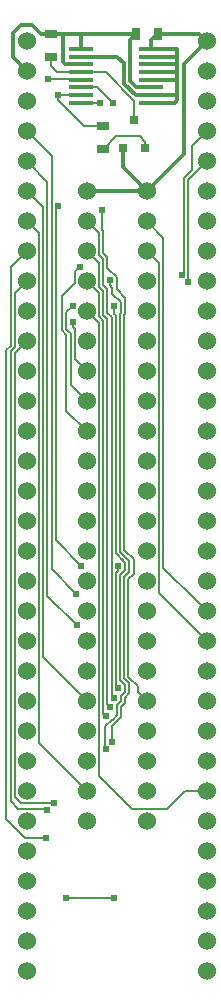
<source format=gbl>
G04 #@! TF.FileFunction,Copper,L2,Bot,Signal*
%FSLAX46Y46*%
G04 Gerber Fmt 4.6, Leading zero omitted, Abs format (unit mm)*
G04 Created by KiCad (PCBNEW 4.0.7-e2-6376~58~ubuntu16.04.1) date Tue Apr  3 20:01:17 2018*
%MOMM*%
%LPD*%
G01*
G04 APERTURE LIST*
%ADD10C,0.203200*%
%ADD11C,1.524000*%
%ADD12R,0.800000X1.000000*%
%ADD13R,0.800000X0.800000*%
%ADD14R,1.000000X0.800000*%
%ADD15R,2.000000X0.300000*%
%ADD16C,0.609600*%
%ADD17C,0.304800*%
%ADD18C,0.177800*%
G04 APERTURE END LIST*
D10*
D11*
X144272000Y-69088000D03*
X144272000Y-71628000D03*
X144272000Y-74168000D03*
X144272000Y-76708000D03*
X144272000Y-79248000D03*
X144272000Y-81788000D03*
X144272000Y-84328000D03*
X144272000Y-86868000D03*
X144272000Y-89408000D03*
X144272000Y-91948000D03*
X144272000Y-94488000D03*
X144272000Y-97028000D03*
X144272000Y-99568000D03*
X144272000Y-102108000D03*
X144272000Y-104648000D03*
X144272000Y-107188000D03*
X144272000Y-109728000D03*
X144272000Y-112268000D03*
X144272000Y-114808000D03*
X144272000Y-117348000D03*
X144272000Y-119888000D03*
X144272000Y-122428000D03*
X144272000Y-124968000D03*
X144272000Y-127508000D03*
X144272000Y-130048000D03*
X144272000Y-132588000D03*
X144272000Y-135128000D03*
X144272000Y-137668000D03*
X144272000Y-140208000D03*
X144272000Y-142748000D03*
X144272000Y-145288000D03*
X144272000Y-147828000D03*
X159512000Y-147828000D03*
X159512000Y-145288000D03*
X159512000Y-142748000D03*
X159512000Y-140208000D03*
X159512000Y-137668000D03*
X159512000Y-135128000D03*
X159512000Y-132588000D03*
X159512000Y-130048000D03*
X159512000Y-127508000D03*
X159512000Y-124968000D03*
X159512000Y-122428000D03*
X159512000Y-119888000D03*
X159512000Y-117348000D03*
X159512000Y-114808000D03*
X159512000Y-112268000D03*
X159512000Y-109728000D03*
X159512000Y-107188000D03*
X159512000Y-104648000D03*
X159512000Y-102108000D03*
X159512000Y-99568000D03*
X159512000Y-97028000D03*
X159512000Y-94488000D03*
X159512000Y-91948000D03*
X159512000Y-89408000D03*
X159512000Y-86868000D03*
X159512000Y-84328000D03*
X159512000Y-81788000D03*
X159512000Y-79248000D03*
X159512000Y-76708000D03*
X159512000Y-74168000D03*
X159512000Y-71628000D03*
X159512000Y-69088000D03*
D12*
X155382000Y-68453000D03*
X153482000Y-68453000D03*
D11*
X154432000Y-135128000D03*
X154432000Y-132588000D03*
X154432000Y-130048000D03*
X154432000Y-127508000D03*
X154432000Y-124968000D03*
X154432000Y-122428000D03*
X154432000Y-119888000D03*
X154432000Y-117348000D03*
X154432000Y-114808000D03*
X154432000Y-112268000D03*
X154432000Y-109728000D03*
X154432000Y-107188000D03*
X154432000Y-104648000D03*
X154432000Y-102108000D03*
X154432000Y-99568000D03*
X154432000Y-97028000D03*
X154432000Y-94488000D03*
X154432000Y-91948000D03*
X154432000Y-89408000D03*
X154432000Y-86868000D03*
X154432000Y-84328000D03*
X154432000Y-81788000D03*
X149352000Y-135128000D03*
X149352000Y-132588000D03*
X149352000Y-130048000D03*
X149352000Y-127508000D03*
X149352000Y-124968000D03*
X149352000Y-122428000D03*
X149352000Y-119888000D03*
X149352000Y-117348000D03*
X149352000Y-114808000D03*
X149352000Y-112268000D03*
X149352000Y-109728000D03*
X149352000Y-107188000D03*
X149352000Y-104648000D03*
X149352000Y-102108000D03*
X149352000Y-99568000D03*
X149352000Y-97028000D03*
X149352000Y-94488000D03*
X149352000Y-91948000D03*
X149352000Y-89408000D03*
X149352000Y-86868000D03*
X149352000Y-84328000D03*
X149352000Y-81788000D03*
D13*
X154300000Y-78181200D03*
X152400000Y-78181200D03*
X153350000Y-75749200D03*
D14*
X150698200Y-78191400D03*
X150698200Y-76291400D03*
X146304000Y-68519000D03*
X146304000Y-70419000D03*
D15*
X154813000Y-69760000D03*
X154813000Y-70410000D03*
X154813000Y-71060000D03*
X154813000Y-71710000D03*
X154813000Y-72360000D03*
X154813000Y-73010000D03*
X154813000Y-73660000D03*
X154813000Y-74310000D03*
X148813000Y-74310000D03*
X148813000Y-73660000D03*
X148813000Y-73010000D03*
X148813000Y-72360000D03*
X148813000Y-71710000D03*
X148813000Y-71060000D03*
X148813000Y-70410000D03*
X148813000Y-69760000D03*
D16*
X150596600Y-83388201D03*
X145872201Y-136525000D03*
X148488400Y-118516400D03*
X148450370Y-115874800D03*
X157937200Y-89509600D03*
X157365700Y-88915422D03*
X150952201Y-129006600D03*
X151663421Y-91490799D03*
X151498300Y-128418087D03*
X151307811Y-89349334D03*
X152019031Y-123896524D03*
X152019031Y-113512600D03*
X148894799Y-113512600D03*
X146939031Y-83058000D03*
X146075400Y-72339200D03*
X146583325Y-133613193D03*
X148742400Y-88188800D03*
X148158200Y-91490799D03*
X148157220Y-92849169D03*
X150952201Y-126238000D03*
X151307811Y-125450597D03*
X151663421Y-124673565D03*
X145975433Y-134221086D03*
X147574000Y-141630400D03*
X151638000Y-141630400D03*
X146939000Y-73660000D03*
X151587200Y-74345800D03*
X150466775Y-74346460D03*
D17*
X154813000Y-69760000D02*
X157022800Y-69760000D01*
X157022800Y-69760000D02*
X157022800Y-70408800D01*
X149352000Y-81788000D02*
X154432000Y-81788000D01*
X152400000Y-78181200D02*
X152400000Y-79756000D01*
X152400000Y-79756000D02*
X154432000Y-81788000D01*
X157581600Y-71018400D02*
X157581600Y-78638400D01*
X157581600Y-78638400D02*
X154432000Y-81788000D01*
X159512000Y-69088000D02*
X157581600Y-71018400D01*
X154813000Y-69760000D02*
X154813000Y-69022000D01*
X154813000Y-69022000D02*
X155382000Y-68453000D01*
X152501600Y-70967600D02*
X151944000Y-70410000D01*
X151944000Y-70410000D02*
X148813000Y-70410000D01*
X152501600Y-72685913D02*
X152501600Y-70967600D01*
X154813000Y-73660000D02*
X153475687Y-73660000D01*
X153475687Y-73660000D02*
X152501600Y-72685913D01*
X154813000Y-71710000D02*
X157017000Y-71710000D01*
X157017000Y-71710000D02*
X157022800Y-71704200D01*
X154813000Y-71060000D02*
X157006600Y-71060000D01*
X157006600Y-71060000D02*
X157022800Y-71043800D01*
X157022800Y-72161400D02*
X157022800Y-72339200D01*
X157022800Y-72339200D02*
X157022800Y-73660000D01*
X154813000Y-72360000D02*
X157002000Y-72360000D01*
X157002000Y-72360000D02*
X157022800Y-72339200D01*
X157022800Y-73660000D02*
X157022800Y-74091800D01*
X154813000Y-73660000D02*
X156117800Y-73660000D01*
X156117800Y-73660000D02*
X157022800Y-73660000D01*
X157022800Y-74091800D02*
X156804600Y-74310000D01*
X156804600Y-74310000D02*
X154813000Y-74310000D01*
X157022800Y-70408800D02*
X157022800Y-71043800D01*
X154813000Y-70410000D02*
X157021600Y-70410000D01*
X157021600Y-70410000D02*
X157022800Y-70408800D01*
X157022800Y-71043800D02*
X157022800Y-71704200D01*
X157022800Y-71704200D02*
X157022800Y-72161400D01*
X156824200Y-72360000D02*
X154813000Y-72360000D01*
X155382000Y-68453000D02*
X158877000Y-68453000D01*
X158877000Y-68453000D02*
X159512000Y-69088000D01*
X144272000Y-71628000D02*
X143103600Y-70459600D01*
X143738600Y-67767200D02*
X144747400Y-67767200D01*
X143103600Y-70459600D02*
X143103600Y-68402200D01*
X143103600Y-68402200D02*
X143738600Y-67767200D01*
X144747400Y-67767200D02*
X145499200Y-68519000D01*
X145499200Y-68519000D02*
X146304000Y-68519000D01*
X146304000Y-68519000D02*
X147294600Y-68519000D01*
X147294600Y-68519000D02*
X148818600Y-68519000D01*
X148813000Y-71060000D02*
X147508200Y-71060000D01*
X147508200Y-71060000D02*
X147294600Y-70846400D01*
X147294600Y-70846400D02*
X147294600Y-68519000D01*
X148818600Y-68519000D02*
X153416000Y-68519000D01*
X148813000Y-69760000D02*
X148813000Y-69305200D01*
X148813000Y-69305200D02*
X148818600Y-69299600D01*
X148818600Y-69299600D02*
X148818600Y-68519000D01*
X153416000Y-68519000D02*
X153482000Y-68453000D01*
X154813000Y-73010000D02*
X153508200Y-73010000D01*
X153508200Y-73010000D02*
X152984200Y-72486000D01*
X152984200Y-72486000D02*
X152984200Y-69011800D01*
X152984200Y-69011800D02*
X153482000Y-68514000D01*
X153482000Y-68514000D02*
X153482000Y-68453000D01*
D18*
X154432000Y-124968000D02*
X153670001Y-124206001D01*
X153670001Y-124206001D02*
X153670001Y-123695856D01*
X153670001Y-123695856D02*
X152869971Y-122895826D01*
X150596600Y-83388201D02*
X150596600Y-85069692D01*
X150596600Y-85069692D02*
X150736311Y-85209403D01*
X153301750Y-114169657D02*
X152869971Y-114601436D01*
X150736311Y-85209403D02*
X150736311Y-87012803D01*
X152514361Y-92311147D02*
X152514361Y-112156292D01*
X150736311Y-87012803D02*
X151091921Y-87368413D01*
X151091921Y-87368413D02*
X151091921Y-88287622D01*
X151091921Y-88287622D02*
X151879312Y-89075013D01*
X151879312Y-89075013D02*
X151879312Y-90106488D01*
X152590531Y-90817707D02*
X152590531Y-92234977D01*
X151879312Y-90106488D02*
X152590531Y-90817707D01*
X152590531Y-92234977D02*
X152514361Y-92311147D01*
X152869971Y-114601436D02*
X152869971Y-122895826D01*
X152514361Y-112156292D02*
X153301751Y-112943684D01*
X153301751Y-112943684D02*
X153301750Y-114169657D01*
X142532079Y-95222105D02*
X142532079Y-134910557D01*
X142532079Y-134910557D02*
X144146522Y-136525000D01*
X144146522Y-136525000D02*
X145441149Y-136525000D01*
X145441149Y-136525000D02*
X145872201Y-136525000D01*
X142887689Y-90289403D02*
X142887689Y-94866495D01*
X142887689Y-94866495D02*
X142532079Y-95222105D01*
X144272000Y-86868000D02*
X142887690Y-88252310D01*
X142887690Y-88252310D02*
X142887689Y-90289403D01*
X146011921Y-109728000D02*
X146011921Y-80987921D01*
X148488400Y-118516400D02*
X146011921Y-116039921D01*
X146011921Y-116039921D02*
X146011921Y-109728000D01*
X146011921Y-80987921D02*
X144272000Y-79248000D01*
X146151600Y-78587600D02*
X144272000Y-76708000D01*
X146367531Y-113791961D02*
X146367531Y-78803531D01*
X146367531Y-78803531D02*
X146151600Y-78587600D01*
X148450370Y-115874800D02*
X146367531Y-113791961D01*
X159512000Y-79248000D02*
X157937200Y-80822800D01*
X157937200Y-80822800D02*
X157937200Y-89509600D01*
X157581590Y-80675502D02*
X157581590Y-88699532D01*
X157581590Y-88699532D02*
X157365700Y-88915422D01*
X159512000Y-76708000D02*
X158216600Y-78003400D01*
X158216600Y-78003400D02*
X158216600Y-80040492D01*
X158216600Y-80040492D02*
X157581590Y-80675502D01*
X150926800Y-127109223D02*
X150926800Y-128981199D01*
X150926800Y-128981199D02*
X150952201Y-129006600D01*
X151523702Y-126530099D02*
X151505924Y-126530099D01*
X151505924Y-126530099D02*
X150926800Y-127109223D01*
X151879312Y-125724918D02*
X151879312Y-126174489D01*
X151879312Y-126174489D02*
X151523702Y-126530099D01*
X152234922Y-124526455D02*
X152234922Y-124947886D01*
X152234922Y-124947886D02*
X151879312Y-125303496D01*
X151879312Y-125303496D02*
X151879312Y-125724918D01*
X152158751Y-119964200D02*
X152158751Y-123190422D01*
X152158751Y-123190422D02*
X152590532Y-123622203D01*
X152590532Y-123622203D02*
X152590532Y-124170845D01*
X152590532Y-124170845D02*
X152234922Y-124526455D01*
X152590532Y-113238279D02*
X152293352Y-112941099D01*
X152158751Y-115498902D02*
X152158751Y-119964200D01*
X152158751Y-114306840D02*
X152158751Y-115498902D01*
X151803141Y-110871000D02*
X151803141Y-112450888D01*
X152590532Y-113238279D02*
X152590532Y-113875059D01*
X151803141Y-112450888D02*
X152590532Y-113238279D01*
X152590532Y-113875059D02*
X152158751Y-114306840D01*
X151803141Y-92306219D02*
X151803141Y-110871000D01*
X151663421Y-91490799D02*
X151663421Y-92166497D01*
X151663421Y-92166497D02*
X151803141Y-92306219D01*
X152234921Y-126321788D02*
X151498300Y-127058409D01*
X151498300Y-127058409D02*
X151498300Y-128418087D01*
X152234922Y-125450794D02*
X152234921Y-126321788D01*
X152590531Y-125095185D02*
X152234922Y-125450794D01*
X152946142Y-123474905D02*
X152946141Y-124318144D01*
X152946141Y-124318144D02*
X152590532Y-124673753D01*
X152590532Y-124673753D02*
X152590531Y-125095185D01*
X152514361Y-114454138D02*
X152514361Y-123043124D01*
X152514361Y-123043124D02*
X152946142Y-123474905D01*
X152946141Y-114022358D02*
X152514361Y-114454138D01*
X152946142Y-113090981D02*
X152946141Y-114022358D01*
X152158751Y-112303590D02*
X152946142Y-113090981D01*
X152158751Y-106095800D02*
X152158751Y-112303590D01*
X152158751Y-103314551D02*
X152158751Y-106095800D01*
X152158751Y-100609400D02*
X152158751Y-103314551D01*
X152158751Y-96494600D02*
X152158751Y-100609400D01*
X152158751Y-93675200D02*
X152158751Y-96494600D01*
X152158751Y-92163849D02*
X152158751Y-93675200D01*
X151485600Y-89958175D02*
X151485600Y-90467156D01*
X151485600Y-90467156D02*
X152234922Y-91216478D01*
X152234922Y-91216478D02*
X152234922Y-92087678D01*
X152234922Y-92087678D02*
X152158751Y-92163849D01*
X151307811Y-89349334D02*
X151307811Y-89780386D01*
X151307811Y-89780386D02*
X151485600Y-89958175D01*
X159512000Y-119888000D02*
X155473400Y-115849400D01*
X155473400Y-115849400D02*
X155473400Y-87909400D01*
X155473400Y-87909400D02*
X155193999Y-87629999D01*
X155193999Y-87629999D02*
X154432000Y-86868000D01*
X154432000Y-84328000D02*
X155829010Y-85725010D01*
X155829010Y-85725010D02*
X155829010Y-113665010D01*
X155829010Y-113665010D02*
X158750001Y-116586001D01*
X158750001Y-116586001D02*
X159512000Y-117348000D01*
X149352000Y-132588000D02*
X145300701Y-128536701D01*
X145300701Y-128536701D02*
X145300701Y-85356701D01*
X145300701Y-85356701D02*
X145033999Y-85089999D01*
X145033999Y-85089999D02*
X144272000Y-84328000D01*
X151803141Y-115646200D02*
X151803141Y-123680634D01*
X151803141Y-123680634D02*
X152019031Y-123896524D01*
X151803141Y-114159542D02*
X151803141Y-115646200D01*
X152019031Y-113512600D02*
X152019031Y-113943652D01*
X152019031Y-113943652D02*
X151803141Y-114159542D01*
X146723141Y-83324659D02*
X146723141Y-111340942D01*
X146723141Y-111340942D02*
X148894799Y-113512600D01*
X146939031Y-83058000D02*
X146939031Y-83108769D01*
X146939031Y-83108769D02*
X146723141Y-83324659D01*
X146075400Y-72339200D02*
X148792200Y-72339200D01*
X148792200Y-72339200D02*
X148813000Y-72360000D01*
X147015200Y-72339200D02*
X148792200Y-72339200D01*
X144272000Y-81788000D02*
X145656311Y-83172311D01*
X145656311Y-83172311D02*
X145656311Y-121272311D01*
X145656311Y-121272311D02*
X149352000Y-124968000D01*
X143243299Y-133081777D02*
X143778223Y-133616701D01*
X143778223Y-133616701D02*
X146579817Y-133616701D01*
X146579817Y-133616701D02*
X146583325Y-133613193D01*
X143243299Y-128001777D02*
X143243299Y-133081777D01*
X143243299Y-95516701D02*
X143243299Y-127812800D01*
X143243299Y-127812800D02*
X143243299Y-128001777D01*
X144272000Y-94488000D02*
X143243299Y-95516701D01*
X147230109Y-93580217D02*
X147230109Y-90666291D01*
X147230109Y-90666291D02*
X148323299Y-89573101D01*
X148323299Y-89573101D02*
X148323299Y-88607901D01*
X148323299Y-88607901D02*
X148437601Y-88493599D01*
X148437601Y-88493599D02*
X148742400Y-88188800D01*
X147612079Y-93962187D02*
X147230109Y-93580217D01*
X147612079Y-93962187D02*
X147612079Y-100368079D01*
X147612079Y-100368079D02*
X149352000Y-102108000D01*
X147853400Y-93700600D02*
X147967689Y-93814889D01*
X148158200Y-91490799D02*
X147585719Y-92063280D01*
X147585719Y-92063280D02*
X147585719Y-93432919D01*
X147585719Y-93432919D02*
X147853400Y-93700600D01*
X147967689Y-93814889D02*
X147967689Y-98183689D01*
X147967689Y-98183689D02*
X149352000Y-99568000D01*
X148323299Y-95999299D02*
X148323299Y-93726000D01*
X148157220Y-93280221D02*
X148323299Y-93446300D01*
X148157220Y-92849169D02*
X148157220Y-93280221D01*
X148323299Y-93446300D02*
X148323299Y-93726000D01*
X149352000Y-97028000D02*
X148323299Y-95999299D01*
X156171899Y-134099299D02*
X157683198Y-132588000D01*
X157683198Y-132588000D02*
X159512000Y-132588000D01*
X150380701Y-131330701D02*
X153149299Y-134099299D01*
X153149299Y-134099299D02*
X156171899Y-134099299D01*
X149352000Y-91948000D02*
X150380701Y-92976701D01*
X150380701Y-92976701D02*
X150380701Y-131330701D01*
X150952201Y-126238000D02*
X150736311Y-126022110D01*
X150736311Y-126022110D02*
X150736311Y-92748111D01*
X150736311Y-92748111D02*
X150380701Y-92392501D01*
X150380701Y-92392501D02*
X150380701Y-90436701D01*
X150380701Y-90436701D02*
X150113999Y-90169999D01*
X150113999Y-90169999D02*
X149352000Y-89408000D01*
X151307811Y-125450597D02*
X151091921Y-125234707D01*
X151091921Y-125234707D02*
X151091920Y-92600812D01*
X151091920Y-92600812D02*
X150736311Y-92245203D01*
X150736311Y-92245203D02*
X150736311Y-90233511D01*
X150736311Y-90233511D02*
X150380701Y-89877901D01*
X150380701Y-89877901D02*
X150380701Y-87896701D01*
X150380701Y-87896701D02*
X150063200Y-87579200D01*
X150063200Y-87579200D02*
X149352000Y-86868000D01*
X151663421Y-124673565D02*
X151447531Y-124457675D01*
X151447531Y-124457675D02*
X151447531Y-92453517D01*
X151447531Y-92453517D02*
X151447529Y-92453513D01*
X151447529Y-92453513D02*
X151091921Y-92097905D01*
X151091921Y-92097905D02*
X151091920Y-90086212D01*
X150736311Y-89730603D02*
X150736311Y-87515711D01*
X150380701Y-85356701D02*
X150190200Y-85166200D01*
X151091920Y-90086212D02*
X150736311Y-89730603D01*
X150736311Y-87515711D02*
X150380701Y-87160101D01*
X150380701Y-87160101D02*
X150380701Y-85356701D01*
X150190200Y-85166200D02*
X149352000Y-84328000D01*
X142887690Y-128149076D02*
X142887690Y-133435338D01*
X142887690Y-133435338D02*
X143551651Y-134099299D01*
X143551651Y-134099299D02*
X145853646Y-134099299D01*
X145853646Y-134099299D02*
X145975433Y-134221086D01*
X147574000Y-141630400D02*
X151206948Y-141630400D01*
X142887689Y-95369403D02*
X142887689Y-126695200D01*
X142887689Y-126695200D02*
X142887690Y-128149076D01*
X151206948Y-141630400D02*
X151638000Y-141630400D01*
X144272000Y-89408000D02*
X143243299Y-90436701D01*
X143243299Y-90436701D02*
X143243299Y-95013793D01*
X143243299Y-95013793D02*
X142887689Y-95369403D01*
X146939000Y-73660000D02*
X146939000Y-74091052D01*
X146939000Y-74091052D02*
X149139348Y-76291400D01*
X149139348Y-76291400D02*
X150020400Y-76291400D01*
X150020400Y-76291400D02*
X150698200Y-76291400D01*
X146939000Y-73660000D02*
X148813000Y-73660000D01*
X147396200Y-73660000D02*
X148813000Y-73660000D01*
X150076236Y-73010000D02*
X150251400Y-73010000D01*
X150251400Y-73010000D02*
X151587200Y-74345800D01*
X148813000Y-73010000D02*
X150076236Y-73010000D01*
X148813000Y-74310000D02*
X150430315Y-74310000D01*
X150430315Y-74310000D02*
X150466775Y-74346460D01*
X153861800Y-77165200D02*
X151824400Y-77165200D01*
X150798200Y-78191400D02*
X150698200Y-78191400D01*
X151824400Y-77165200D02*
X150798200Y-78191400D01*
X154300000Y-78181200D02*
X154300000Y-77603400D01*
X154300000Y-77603400D02*
X153861800Y-77165200D01*
X153350000Y-75749200D02*
X153350000Y-74127023D01*
X149990800Y-71710000D02*
X148813000Y-71710000D01*
X153350000Y-74127023D02*
X150932977Y-71710000D01*
X150932977Y-71710000D02*
X149990800Y-71710000D01*
X146817800Y-71710000D02*
X146304000Y-71196200D01*
X146304000Y-71196200D02*
X146304000Y-70419000D01*
X148813000Y-71710000D02*
X146817800Y-71710000D01*
M02*

</source>
